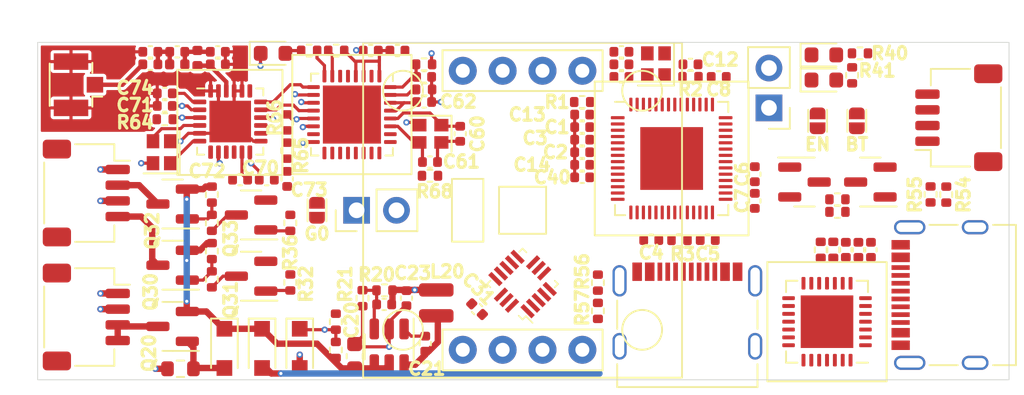
<source format=kicad_pcb>
(kicad_pcb (version 20211014) (generator pcbnew)
  (layers (0 "F.Cu" signal) (31 "B.Cu" signal) (34 "B.Paste" user) (35 "F.Paste" user) (36 "B.SilkS" user "B.Silkscreen") (37 "F.SilkS" user "F.Silkscreen") (38 "B.Mask" user) (39 "F.Mask" user) (44 "Edge.Cuts" user))
  (net 0 "")
  (net 1 "GND")
  (net 2 "+3V3")
  (net 3 "Net-(C11-Pad1)")
  (net 4 "Net-(C12-Pad2)")
  (net 5 "E_EN")
  (net 6 "E_IO0")
  (net 7 "VCC")
  (net 8 "Net-(C21-Pad1)")
  (net 9 "Net-(C21-Pad2)")
  (net 10 "Net-(C22-Pad2)")
  (net 11 "SNS_VIN")
  (net 12 "Net-(C50-Pad2)")
  (net 13 "VBUS")
  (net 14 "Net-(C60-Pad2)")
  (net 15 "Net-(C61-Pad2)")
  (net 16 "Net-(C64-Pad2)")
  (net 17 "Net-(C70-Pad1)")
  (net 18 "Net-(C74-Pad1)")
  (net 19 "Net-(C100-Pad1)")
  (net 20 "Net-(C101-Pad1)")
  (net 21 "Net-(C102-Pad1)")
  (net 22 "Net-(C103-Pad2)")
  (net 23 "/LED2/LED_out")
  (net 24 "Net-(D40-Pad2)")
  (net 25 "Net-(D41-Pad2)")
  (net 26 "Net-(D60-Pad2)")
  (net 27 "X_TX")
  (net 28 "X_RX")
  (net 29 "E_TXD")
  (net 30 "E_RXD")
  (net 31 "/LED1/LED_out")
  (net 32 "P_MOSI")
  (net 33 "P_MISO")
  (net 34 "P_SCK")
  (net 35 "Net-(Q20-Pad3)")
  (net 36 "GPIO0")
  (net 37 "Net-(Q30-Pad1)")
  (net 38 "Net-(Q31-Pad1)")
  (net 39 "Net-(Q31-Pad3)")
  (net 40 "Net-(Q32-Pad1)")
  (net 41 "Net-(Q33-Pad1)")
  (net 42 "Net-(Q33-Pad3)")
  (net 43 "Net-(Q50-Pad1)")
  (net 44 "CP_RTS")
  (net 45 "Net-(Q51-Pad1)")
  (net 46 "CP_DTR")
  (net 47 "Net-(R2-Pad2)")
  (net 48 "Net-(R3-Pad1)")
  (net 49 "LED_1")
  (net 50 "LED_2")
  (net 51 "LED_MISC")
  (net 52 "Net-(R52-Pad1)")
  (net 53 "Net-(R53-Pad1)")
  (net 54 "Net-(R54-Pad2)")
  (net 55 "Net-(R55-Pad2)")
  (net 56 "Net-(R56-Pad2)")
  (net 57 "Net-(R57-Pad2)")
  (net 58 "Net-(D21-Pad2)")
  (net 59 "Net-(R62-Pad2)")
  (net 60 "CHIP_EN")
  (net 61 "GPIO2")
  (net 62 "GPIO15")
  (net 63 "GPIO16")
  (net 64 "A2_CS")
  (net 69 "Net-(U50-Pad4)")
  (net 70 "Net-(U50-Pad5)")
  (net 77 "E_D+")
  (net 78 "E_D-")
  (net 84 "ADC")
  (net 85 "GPIO14")
  (net 86 "GPIO12")
  (net 87 "GPIO13")
  (net 88 "GPIO4")
  (net 89 "GPIO9")
  (net 90 "GPIO10")
  (net 91 "SD_CMD")
  (net 92 "SD_CLK")
  (net 93 "SD_D0")
  (net 94 "SD_D1")
  (net 95 "GPIO5")
  (net 96 "Net-(U70-Pad4)")
  (net 97 "Net-(U70-Pad6)")
  (net 101 "PPM_F")
  (net 102 "PPM_B")
  (net 107 "A1_CS")
  (footprint "Resistor_SMD:R_0402_1005Metric" (layer "F.Cu") (at 19.8 2.52 90)
    (fp_text reference "R52" hide)
    (fp_text value "1K" hide)
  )
  (footprint "Resistor_SMD:R_0402_1005Metric" (layer "F.Cu") (at -6.275 -9.3 180)
    (fp_text reference "R60" hide)
    (fp_text value "1K" hide)
  )
  (footprint "Resistor_SMD:R_0402_1005Metric" (layer "F.Cu") (at -11.875 -10.175)
    (fp_text reference "R63" hide)
    (fp_text value "1K" hide)
  )
  (footprint "AlfredoFootprints:TGD_SolderJumper" (layer "F.Cu") (at 18.8 -5.7 -90)
    (fp_text reference "JP2" hide)
    (fp_text value "reset" hide)
  )
  (footprint "Capacitor_SMD:C_0402_1005Metric" (layer "F.Cu") (at 22.2 2.52 -90)
    (fp_text reference "C50" hide)
    (fp_text value "100nF" hide)
  )
  (footprint "Diode_SMD:D_SOD-323_HandSoldering" (layer "F.Cu") (at -14.2 8.8 -90)
    (fp_text reference "D42" hide)
    (fp_text value "Z3V3" hide)
  )
  (footprint "LED_SMD:LED_0603_1608Metric" (layer "F.Cu") (at -15.9 -10)
    (fp_text reference "D60" hide)
    (fp_text value "LED_yellow" hide)
  )
  (footprint "Diode_SMD:D_SOD-323_HandSoldering" (layer "F.Cu") (at -16.6 8.8 -90)
    (fp_text reference "D20" hide)
    (fp_text value "1N5819" hide)
  )
  (footprint "Package_TO_SOT_SMD:SOT-23" (layer "F.Cu") (at 17.9625 -1.8)
    (fp_text reference "Q50" hide)
    (fp_text value "SS8050" hide)
  )
  (footprint "Resistor_SMD:R_0402_1005Metric" (layer "F.Cu") (at -19.8 -1 -90)
    (fp_text reference "R33" hide)
    (fp_text value "10K" hide)
  )
  (footprint "Capacitor_SMD:C_0402_1005Metric" (layer "F.Cu") (at 10.7 -9.3 180)
    (fp_text reference "C12")
    (fp_text value "10pF" hide)
  )
  (footprint "Capacitor_SMD:C_0402_1005Metric" (layer "F.Cu") (at -7.975 -10.175)
    (fp_text reference "C63" hide)
    (fp_text value "100nF" hide)
  )
  (footprint "Resistor_SMD:R_0402_1005Metric" (layer "F.Cu") (at 21 -8.6 90)
    (fp_text reference "R41")
    (fp_text value "1K" hide)
  )
  (footprint "Capacitor_SMD:C_0402_1005Metric" (layer "F.Cu") (at 6.3 -8.5)
    (fp_text reference "C10" hide)
    (fp_text value "100pF" hide)
  )
  (footprint "LED_SMD:LED_0603_1608Metric" (layer "F.Cu") (at 19.2 -9.9)
    (fp_text reference "D40" hide)
    (fp_text value "LED_blue" hide)
  )
  (footprint "Capacitor_SMD:C_0402_1005Metric" (layer "F.Cu") (at -6.275 -6.9)
    (fp_text reference "C62")
    (fp_text value "2.2uF" hide)
  )
  (footprint "Resistor_SMD:R_0402_1005Metric" (layer "F.Cu") (at 4.8 4.61 -90)
    (fp_text reference "R56")
    (fp_text value "5.1K" hide)
  )
  (footprint "Resistor_SMD:R_0402_1005Metric" (layer "F.Cu") (at 20.0625 0.1)
    (fp_text reference "R51" hide)
    (fp_text value "1K" hide)
  )
  (footprint "AlfredoFootprints:TGD_SolderJumper" (layer "F.Cu") (at -13.1 0 -90)
    (fp_text reference "JP60" hide)
    (fp_text value "Jumper_2_Open" hide)
  )
  (footprint "Connector_PinHeader_2.54mm:PinHeader_1x02_P2.54mm_Vertical" (layer "F.Cu") (at 15.7 -6.525 180)
    (fp_text reference "J2" hide)
    (fp_text value "Conn_01x02" hide)
  )
  (footprint "Capacitor_SMD:C_0603_1608Metric" (layer "F.Cu") (at -10.7 9.3 90)
    (fp_text reference "C20")
    (fp_text value "4.7uF, 35V" hide)
  )
  (footprint "Capacitor_SMD:C_0402_1005Metric" (layer "F.Cu") (at 8.2 1.9)
    (fp_text reference "C4")
    (fp_text value "100nF" hide)
  )
  (footprint "Resistor_SMD:R_0402_1005Metric" (layer "F.Cu") (at 27 -1 -90)
    (fp_text reference "R54")
    (fp_text value "5.1K" hide)
  )
  (footprint "Capacitor_SMD:C_0402_1005Metric" (layer "F.Cu") (at 20.6 2.52 -90)
    (fp_text reference "C52" hide)
    (fp_text value "10uF" hide)
  )
  (footprint "Capacitor_SMD:C_0402_1005Metric" (layer "F.Cu") (at -23.72 -10.1 180)
    (fp_text reference "C102" hide)
    (fp_text value "1.2pF" hide)
  )
  (footprint "Capacitor_SMD:C_0402_1005Metric" (layer "F.Cu") (at 14.8 -0.6 90)
    (fp_text reference "C7")
    (fp_text value "100nF" hide)
  )
  (footprint "Resistor_SMD:R_0402_1005Metric" (layer "F.Cu") (at -13.6 -10.175 180)
    (fp_text reference "R67" hide)
    (fp_text value "1K" hide)
  )
  (footprint "AlfredoFootprints:USB_TYPE-C-31-M-12" (layer "F.Cu") (at 26.6 5.4 90)
    (fp_text reference "U51" hide)
    (fp_text value "USB_C_Receptacle" hide)
  )
  (footprint "Capacitor_SMD:C_0402_1005Metric" (layer "F.Cu") (at 3.8 -6.1 180)
    (fp_text reference "C13")
    (fp_text value "100nF" hide)
  )
  (footprint "Capacitor_SMD:C_0402_1005Metric" (layer "F.Cu") (at -5.9 -3.075 180)
    (fp_text reference "C61")
    (fp_text value "10pF" hide)
  )
  (footprint "LED_SMD:LED_0603_1608Metric" (layer "F.Cu") (at 19.2 -8.3)
    (fp_text reference "D41" hide)
    (fp_text value "LED_green" hide)
  )
  (footprint "Resistor_SMD:R_0402_1005Metric" (layer "F.Cu") (at 20.0625 -0.7 180)
    (fp_text reference "R50" hide)
    (fp_text value "1K" hide)
  )
  (footprint "Resistor_SMD:R_0402_1005Metric" (layer "F.Cu") (at -14.8 0.8 90)
    (fp_text reference "R36")
    (fp_text value "1K" hide)
  )
  (footprint "Resistor_SMD:R_0402_1005Metric" (layer "F.Cu") (at -8.8 5.1 180)
    (fp_text reference "R20")
    (fp_text value "68K" hide)
  )
  (footprint "Capacitor_SMD:C_0402_1005Metric" (layer "F.Cu") (at 6.3 -10.1 180)
    (fp_text reference "C11" hide)
    (fp_text value "10pF" hide)
  )
  (footprint "Capacitor_SMD:C_0402_1005Metric" (layer "F.Cu") (at -16.3 -1.95)
    (fp_text reference "C70")
    (fp_text value "2.2uF" hide)
  )
  (footprint "AlfredoFootprints:ESP32-S2_QFN-56-1EP_7x7mm_P0.4mm" (layer "F.Cu") (at 9.5 -3.3)
    (fp_text reference "U1" hide)
    (fp_text value "ESP32-S2" hide)
  )
  (footprint "Capacitor_SMD:C_0402_1005Metric" (layer "F.Cu") (at 6.3 -9.3)
    (fp_text reference "C9" hide)
    (fp_text value "1uF" hide)
  )
  (footprint "Package_TO_SOT_SMD:SOT-23" (layer "F.Cu") (at -22.3 7.4 180)
    (fp_text reference "Q20")
    (fp_text value "AO3401A" hide)
  )
  (footprint "Capacitor_SMD:C_0402_1005Metric" (layer "F.Cu") (at -22.8 -7.45 180)
    (fp_text reference "C74")
    (fp_text value "10nF" hide)
  )
  (footprint "Resistor_SMD:R_0402_1005Metric" (layer "F.Cu") (at 3.8 -6.9 180)
    (fp_text reference "R1")
    (fp_text value "1K" hide)
  )
  (footprint "AlfredoFootprints:LVF252A12" (layer "F.Cu") (at -5.5 5.9 90)
    (fp_text reference "L20")
    (fp_text value "5.6uH" hide)
  )
  (footprint "Resistor_SMD:R_0402_1005Metric" (layer "F.Cu") (at -14.8 4.6 90)
    (fp_text reference "R32")
    (fp_text value "1K" hide)
  )
  (footprint "Resistor_SMD:R_0402_1005Metric" (layer "F.Cu") (at -11.9 7.1 -90)
    (fp_text reference "R43" hide)
    (fp_text value "2K2" hide)
  )
  (footprint "Resistor_SMD:R_0402_1005Metric" (layer "F.Cu") (at 10.7 -8.5 180)
    (fp_text reference "R2")
    (fp_text value "500R" hide)
  )
  (footprint "Capacitor_SMD:C_0402_1005Metric" (layer "F.Cu") (at 14.8 -2.3 90)
    (fp_text reference "C6")
    (fp_text value "1uF" hide)
  )
  (footprint "Capacitor_SMD:C_0402_1005Metric" (layer "F.Cu") (at 3.8 -2.9 180)
    (fp_text reference "C14")
    (fp_text value "100nF" hide)
  )
  (footprint "Capacitor_SMD:C_0402_1005Metric" (layer "F.Cu") (at -22.005 -10.1 180)
    (fp_text reference "C104" hide)
    (fp_text value "0.5pF" hide)
  )
  (footprint "Capacitor_SMD:C_0402_1005Metric" (layer "F.Cu") (at 3.8 -5.3)
    (fp_text reference "C1")
    (fp_text value "100nF" hide)
  )
  (footprint "Package_DFN_QFN:QFN-24-1EP_4x4mm_P0.5mm_EP2.65x2.65mm" (layer "F.Cu") (at -18.63 -5.655)
    (fp_text reference "U70" hide)
    (fp_text value "SX1280" hide)
  )
  (footprint "Package_TO_SOT_SMD:SOT-23" (layer "F.Cu") (at -17.3 0.3 180)
    (fp_text reference "Q33")
    (fp_text value "2N7002" hide)
  )
  (footprint "Capacitor_SMD:C_0402_1005Metric" (layer "F.Cu") (at 21.4 2.52 -90)
    (fp_text reference "C51" hide)
    (fp_text value "100nF" hide)
  )
  (footprint "Resistor_SMD:R_0402_1005Metric" (layer "F.Cu") (at -15 -5.6 -90)
    (fp_text reference "R66")
    (fp_text value "1K" hide)
  )
  (footprint "Capacitor_SMD:C_0402_1005Metric" (layer "F.Cu") (at -2.9 6.3 135)
    (fp_text reference "C31")
    (fp_text value "100nF" hide)
  )
  (footprint "Resistor_SMD:R_0402_1005Metric" (layer "F.Cu") (at 26 -1.01 -90)
    (fp_text reference "R55")
    (fp_text value "5.1K" hide)
  )
  (footprint "Capacitor_SMD:C_0402_1005Metric" (layer "F.Cu") (at 3.8 -4.5)
    (fp_text reference "C3")
    (fp_text value "1uF" hide)
  )
  (footprint "AlfredoFootprints:SparkFunH3LIS331DL" (layer "F.Cu") (at 0 0 -90)
    (fp_text reference "U30" hide)
    (fp_text value "SparkFunH3LIS331DL" hide)
  )
  (footprint "Resistor_SMD:R_0402_1005Metric" (layer "F.Cu") (at 21.5 -10 180)
    (fp_text reference "R40")
    (fp_text value "1K" hide)
  )
  (footprint "AlfredoFootprints:TGD-TFLGA-16_3x3mm" (layer "F.Cu") (at 0 4.7 135)
    (fp_text reference "U31" hide)
    (fp_text value "H3LIS331DL" hide)
  )
  (footprint "AlfredoFootprints:USB_TYPE-C-31-M-12" (layer "F.Cu") (at 10.5 6.425)
    (fp_text reference "U52" hide)
    (fp_text value "USB_C_Receptacle" hide)
  )
  (footprint "Package_TO_SOT_SMD:SOT-23" (layer "F.Cu") (at -22.3 3.5 180)
    (fp_text reference "Q30")
    (fp_text value "LBSS84LT1G" hide)
  )
  (footprint "Resistor_SMD:R_0402_1005Metric" (layer "F.Cu") (at -15 -3.8 -90)
    (fp_text reference "R65")
    (fp_text value "1K" hide)
  )
  (footprint "Capacitor_SMD:C_0402_1005Metric" (layer "F.Cu") (at 11.8 1.9)
    (fp_text reference "C5")
    (fp_text value "100nF" hide)
  )
  (footprint "Resistor_SMD:R_0402_1005Metric" (layer "F.Cu") (at -22.8 -5.8 180)
    (fp_text reference "R64")
    (fp_text value "1K" hide)
  )
  (footprint "Capacitor_SMD:C_0402_1005Metric" (layer "F.Cu") (at -9.675 -10.175 180)
    (fp_text reference "C65" hide)
    (fp_text value "2.2uF" hide)
  )
  (footprint "Package_DFN_QFN:QFN-28-1EP_5x5mm_P0.5mm_EP3.35x3.35mm" (layer "F.Cu") (at 19.4 7.1 180)
    (fp_text reference "U50" hide)
    (fp_text value "CP2102-GMR" hide)
  )
  (footprint "Crystal:Crystal_SMD_2016-4Pin_2.0x1.6mm" (layer "F.Cu") (at 8.5 -9.3 90)
    (fp_text reference "U2" hide)
    (fp_text value "Crystal_ESP32" hide)
  )
  (footprint "Capacitor_SMD:C_0402_1005Metric" (layer "F.Cu") (at 3.8 -2.1 180)
    (fp_text reference "C40")
    (fp_text value "100nF" hide)
  )
  (footprint "Resistor_SMD:R_0402_1005Metric" (layer "F.Cu") (at 19 2.52 90)
    (fp_text reference "R53" hide)
    (fp_text value "1K" hide)
  )
  (footprint "Package_TO_SOT_SMD:SOT-23" (layer "F.Cu") (at -17.3 4.2 180)
    (fp_text reference "Q31")
    (fp_text value "2N7002" hide)
  )
  (footprint "Capacitor_SMD:C_0402_1005Metric" (layer "F.Cu") (at -18 -1.95 180)
    (fp_text reference "C72")
    (fp_text value "100nF" hide)
  )
  (footprint "Capacitor_SMD:C_0402_1005Metric" (layer "F.Cu") (at -3.975 -4.875 90)
    (fp_text reference "C60")
    (fp_text value "10pF" hide)
  )
  (footprint "Inductor_SMD:L_0402_1005Metric" (layer "F.Cu") (at -20.72 -9.7 90)
    (fp_text reference "L101" hide)
    (fp_text value "3nH" hide)
  )
  (footprint "Capacitor_SMD:C_0402_1005Metric" (layer "F.Cu") (at -22.8 -6.65 180)
    (fp_text reference "C71")
    (fp_text value "10nF" hide)
  )
  (footprint "Package_TO_SOT_SMD:TSOT-23-6" (layer "F.Cu") (at -8.5 8.7 -90)
    (fp_text reference "U20" hide)
    (fp_text value "SY8201CABC" hide)
  )
  (footprint "Capacitor_SMD:C_0402_1005Metric" (layer "F.Cu") (at -15 -2 -90)
    (fp_text reference "C73")
    (fp_text value "100nF" hide)
  )
  (footprint "Diode_SMD:D_SOD-323_HandSoldering" (layer "F.Cu") (at -19 8.8 -90)
    (fp_text reference "D21" hide)
    (fp_text value "Z5V6" hide)
  )
  (footprint "AlfredoFootprints:TGD_SolderJumper" (layer "F.Cu") (at 21.3 -5.7 90)
    (fp_text reference "JP1" hide)
    (fp_text value "boot" hide)
  )
  (footprint "Capacitor_SMD:C_0402_1005Metric" (layer "F.Cu") (at -19.42 -10.1)
    (fp_text reference "C101" hide)
    (fp_text value "1.2pF" hide)
  )
  (footprint "Connector_JST:JST_SH_SM04B-SRSS-TB_1x04-1MP_P1.00mm_Horizontal" (layer "F.Cu") (at -27.8 -1.1 -90)
    (fp_text reference "J201" hide)
    (fp_text value "SH_LED" hide)
  )
  (footprint "Connector_Coaxial:U.FL_Hirose_U.FL-R-SMT-1_Vertical" (layer "F.Cu") (at -28.3 -8 180)
    (fp_text reference "J60" hide)
    (fp_text value "Conn_Coaxial" hide)
  )
  (footprint "Resistor_SMD:R_0402_1005Metric" (layer "F.Cu") (at -10.2 5.6 -90)
    (fp_text reference "R21")
    (fp_text value "15K" hide)
  )
  (footprint "Inductor_SMD:L_0402_1005Metric" (layer "F.Cu") (at -22.005 -9.3 180)
    (fp_text reference "L102" hide)
    (fp_text value "2.5nH" hide)
  )
  (footprint "Connector_JST:JST_SH_SM04B-SRSS-TB_1x04-1MP_P1.00mm_Horizontal" (layer "F.Cu") (at -27.8 6.8 -90)
    (fp_text reference "J202" hide)
    (fp_text value "SH_LED" hide)
  )
  (footprint "Capacitor_SMD:C_0402_1005Metric" (layer "F.Cu") (at -23.72 -9.3 180)
    (fp_text reference "C103" hide)
    (fp_text value "100pF" hide)
  )
  (footprint "Package_TO_SOT_SMD:SOT-23" (layer "F.Cu") (at 22.1625 -1.8 180)
    (fp_text reference "Q51" hide)
    (fp_text value "SS8050" hide)
  )
  (footprint "Capacitor_SMD:C_0402_1005Metric" (layer "F.Cu") (at 12.5 -8.5 180)
    (fp_text reference "C8")
    (fp_text value "100nF" hide)
  )
  (footprint "Package_TO_SOT_SMD:SOT-23" (layer "F.Cu") (at -22.3 -0.4 180)
    (fp_text reference "Q32")
    (fp_text value "LBSS84LT1G" hide)
  )
  (footprint "Capacitor_SMD:C_0402_1005Metric" (layer "F.Cu") (at -6.2 8.5 -90)
    (fp_text reference "C21")
    (fp_text value "100nF" hide)
  )
  (footprint "Connector_PinHeader_2.54mm:PinHeader_1x02_P2.54mm_Vertical" (layer "F.Cu") (at -10.575 0 90)
    (fp_text reference "J1" hide)
    (fp_text value "Conn_01x02" hide)
  )
  (footprint "Resistor_SMD:R_0603_1608Metric" (layer "F.Cu") (at -21.8 10.1 180)
    (fp_text reference "R22" hide)
    (fp_text value "10K" hide)
  )
  (footprint "Resistor_SMD:R_0402_1005Metric" (layer "F.Cu") (at -19.8 4.4 -90)
    (fp_text reference "R31" hide)
    (fp_text value "10K" hide)
  )
  (footprint "Capacitor_SMD:C_0402_1005Metric" (layer "F.Cu") (at -6.275 -8.5 180)
    (fp_text reference "C64" hide)
    (fp_text value "2.2uF" hide)
  )
  (footprint "Resistor_SMD:R_0402_1005Metric" (layer "F.Cu") (at -5.9 -2.2)
    (fp_text reference "R68")
    (fp_text value "330R" hide)
  )
  (footprint "Resistor_SMD:R_0402_1005Metric" (layer "F.Cu") (at -11.9 8.9 -90)
    (fp_text reference "R42" hide)
    (fp_text value "15K" hide)
  )
  (footprint "Resistor_SMD:R_0402_1005Metric" (layer "F.Cu") (at -19.8 2.6 -90)
    (fp_text reference "R30" hide)
    (fp_text value "10K" hide)
  )
  (footprint "Resistor_SMD:R_0402_1005Metric" (layer "F.Cu") (at 4.8 6.41 90)
    (fp_text reference "R57")
    (fp_text value "5.1K" hide)
  )
  (footprint "Crystal:Crystal_SMD_2016-4Pin_2.0x1.6mm" (layer "F.Cu") (at -23 -3.7 90)
    (fp_text reference "U71" hide)
    (fp_text value "Crystal_SX1280" hide)
  )
  (footprint "Crystal:Crystal_SMD_2016-4Pin_2.0x1.6mm" (layer "F.Cu") (at -5.875 -4.875 180)
    (fp_text reference "U61" hide)
    (fp_text value "Crystal_ESP8285" hide)
  )
  (footprint "Package_DFN_QFN:QFN-32-1EP_5x5mm_P0.5mm_EP3.7x3.7mm" (layer "F.Cu") (at -10.875 -6.1 -90)
    (fp_text reference "U60" hide)
    (fp_text value "ESP8285H16" hide)
  )
  (footprint "Capacitor_SMD:C_0402_1005Metric" (layer "F.Cu") (at 3.8 -3.7)
    (fp_text reference "C2")
    (fp_text value "10uF" hide)
  )
  (footprint "Capacitor_SMD:C_0402_1005Metric" (layer "F.Cu") (at -7.4 5.6 -90)
    (fp_text reference "C23")
    (fp_text value "22uF, 6V3" hide)
  )
  (footprint "Resistor_SMD:R_0402_1005Metric" (layer "F.Cu") (at -19.8 0.8 -90)
    (fp_text reference "R34" hide)
    (fp_text value "10K" hide)
  )
  (footprint "Connector_JST:JST_SH_SM04B-SRSS-TB_1x04-1MP_P1.00mm_Horizontal" (layer "F.Cu") (at 27.8 -5.9 90)
    (fp_text reference "J200" hide)
    (fp_text value "SH_PPM" hide)
  )
  (footprint "Resistor_SMD:R_0402_1005Metric" (layer "F.Cu") (at 10 1.9 180)
    (fp_text reference "R3")
    (fp_text value "1K" hide)
  )
  (footprint "Capacitor_SMD:C_0402_1005Metric" (layer "F.Cu") (at -8.82 6 180)
    (fp_text reference "C22" hide)
    (fp_text value "10pF" hide)
  )
  (footprint "Resistor_SMD:R_0402_1005Metric" (layer "F.Cu") (at -6.275 -7.7 180)
    (fp_text reference "R62" hide)
    (fp_text value "1K" hide)
  )
  (footprint "Capacitor_SMD:C_0402_1005Metric" (layer "F.Cu") (at -19.42 -9.3)
    (fp_text reference "C100" hide)
    (fp_text value "0.8pF" hide)
  )
  (gr_rect (start 4.6 -8.2) (end 14.4 1.6) (layer "F.SilkS") (width 0.12) (fill none))
  (gr_rect (start -22 -2.25) (end -15.3 -8.95) (layer "F.SilkS") (width 0.12) (fill none))
  (gr_rect (start -5.1 7.6) (end 5.1 10.2) (layer "F.SilkS") (width 0.12) (fill none))
  (gr_rect (start 23.2 10.9) (end 15.6 3.3) (layer "F.SilkS") (width 0.12) (fill none))
  (gr_rect (start -7.075 -9.9) (end -14.675 -2.3) (layer "F.SilkS") (width 0.12) (fill none))
  (gr_rect (start -5.1 -10.2) (end 5.1 -7.6) (layer "F.SilkS") (width 0.12) (fill none))
  (gr_rect (start -30.9 -10.7) (end 31 10.8) (layer "Edge.Cuts") (width 0.05) (fill none))
  (gr_text "G0" (at -13.1 1.5) (layer "F.SilkS") (effects (font (size 0.8 0.8) (thickness 0.2))))
  (gr_text "BT\n" (at 21.3 -4.2) (layer "F.SilkS") (effects (font (size 0.8 0.8) (thickness 0.2))))
  (gr_text "EN" (at 18.8 -4.2) (layer "F.SilkS") (effects (font (size 0.8 0.8) (thickness 0.2))))
  (segment (start -6.75 -5.6) (end -7.4 -5.6) (width 0.2032) (layer "F.Cu") (net 1))
  (segment (start -17.3 -4.55) (end -17.525 -4.55) (width 0.2032) (layer "F.Cu") (net 1))
  (segment (start -5.795 -8.5) (end -5.795 -6.9) (width 0.2032) (layer "F.Cu") (net 1))
  (segment (start -19.38 -7.605) (end -19.38 -6.405) (width 0.2032) (layer "F.Cu") (net 1))
  (segment (start -5.105 -4.395) (end -5.175 -4.325) (width 0.2032) (layer "F.Cu") (net 1))
  (segment (start -16.68 -4.405) (end -17.155 -4.405) (width 0.2032) (layer "F.Cu") (net 1))
  (segment (start -17.525 -4.55) (end -18.63 -5.655) (width 0.2032) (layer "F.Cu") (net 1))
  (segment (start -10.525 8.7) (end -10.7 8.525) (width 0.2032) (layer "F.Cu") (net 1))
  (segment (start -10.2 6.11) (end -10.2 8.025) (width 0.2032) (layer "F.Cu") (net 1))
  (segment (start -5.42 -3.075) (end -5.42 -4.08) (width 0.2032) (layer "F.Cu") (net 1))
  (segment (start -14.2 9.2) (end -14.2 10.05) (width 0.4064) (layer "F.Cu") (net 1))
  (segment (start -18.38 -5.905) (end -18.63 -5.655) (width 0.2032) (layer "F.Cu") (net 1))
  (segment (start -8.5 8.7) (end -10.525 8.7) (width 0.2032) (layer "F.Cu") (net 1))
  (segment (start -8.5 8.7) (end -8.5 7.1) (width 0.2032) (layer "F.Cu") (net 1))
  (segment (start -3.975 -4.395) (end -5.105 -4.395) (width 0.2032) (layer "F.Cu") (net 1))
  (segment (start -25.8 5.3) (end -26.9 5.3) (width 0.4064) (layer "F.Cu") (net 1))
  (segment (start -8.5 7.1) (end -7.48 6.08) (width 0.2032) (layer "F.Cu") (net 1))
  (segment (start -19.38 -4.905) (end -18.63 -5.655) (width 0.2) (layer "F.Cu") (net 1))
  (segment (start -22.625 10.1) (end -23.4 10.1) (width 0.4064) (layer "F.Cu") (net 1))
  (segment (start -24.3 -3) (end -23.55 -3) (width 0.2032) (layer "F.Cu") (net 1))
  (segment (start -18.38 -7.605) (end -18.38 -5.905) (width 0.2032) (layer "F.Cu") (net 1))
  (segment (start -25.8 6.3) (end -26.9 6.3) (width 0.4064) (layer "F.Cu") (net 1))
  (segment (start -10.18 -10.2) (end -10.155 -10.175) (width 0.2032) (layer "F.Cu") (net 1))
  (segment (start -16.7 -9.2) (end -16.7 -9.9875) (width 0.2032) (layer "F.Cu") (net 1))
  (segment (start -21.295 -4.905) (end -20.58 -4.905) (width 0.2) (layer "F.Cu") (net 1))
  (segment (start -25.8 -0.6) (end -26.9 -0.6) (width 0.4064) (layer "F.Cu") (net 1))
  (segment (start -5.42 -4.08) (end -5.175 -4.325) (width 0.2032) (layer "F.Cu") (net 1))
  (segment (start -20.58 -4.905) (end -19.38 -4.905) (width 0.2) (layer "F.Cu") (net 1))
  (segment (start -19.38 -6.405) (end -18.63 -5.655) (width 0.2032) (layer "F.Cu") (net 1))
  (segment (start -16.7 -9.9875) (end -16.6875 -10) (width 0.2032) (layer "F.Cu") (net 1))
  (segment (start -10.2 8.025) (end -10.7 8.525) (width 0.2032) (layer "F.Cu") (net 1))
  (segment (start -6.575 -5.425) (end -6.75 -5.6) (width 0.2032) (layer "F.Cu") (net 1))
  (segment (start 3.32 -2.1) (end 3.32 -6.1) (width 0.2032) (layer "F.Cu") (net 1))
  (segment (start -10.6 -10.2) (end -10.18 -10.2) (width 0.2032) (layer "F.Cu") (net 1))
  (segment (start -21.8 -4.4) (end -22.45 -4.4) (width 0.2) (layer "F.Cu") (net 1))
  (segment (start -5.2 -6.9) (end -5.795 -6.9) (width 0.2032) (layer "F.Cu") (net 1))
  (segment (start -26.9 -2.6) (end -25.8 -2.6) (width 0.4064) (layer "F.Cu") (net 1))
  (segment (start -21.8 -4.4) (end -21.295 -4.905) (width 0.2) (layer "F.Cu") (net 1))
  (segment (start -23.28 -6.65) (end -23.28 -7.45) (width 0.2032) (layer "F.Cu") (net 1))
  (segment (start -17.155 -4.405) (end -17.3 -4.55) (width 0.2032) (layer "F.Cu") (net 1))
  (segment (start -7.48 6.08) (end -7.4 6.08) (width 0.2032) (layer "F.Cu") (net 1))
  (via (at -23.4 10.1) (size 0.4) (drill 0.2) (layers "F.Cu" "B.Cu") (net 1))
  (via (at -5.2 -6.9) (size 0.4) (drill 0.2) (layers "F.Cu" "B.Cu") (net 1))
  (via (at -7.4 -5.6) (size 0.4) (drill 0.2) (layers "F.Cu" "B.Cu") (net 1))
  (via (at -24.3 -3) (size 0.4) (drill 0.2) (layers "F.Cu" "B.Cu") (net 1))
  (via (at -14.2 9.2) (size 0.4) (drill 0.2) (layers "F.Cu" "B.Cu") (net 1))
  (via (at -26.9 5.3) (size 0.4) (drill 0.2) (layers "F.Cu" "B.Cu") (net 1))
  (via (at -16.7 -9.2) (size 0.4) (drill 0.2) (layers "F.Cu" "B.Cu") (net 1))
  (via (at -26.9 -0.6) (size 0.4) (drill 0.2) (layers "F.Cu" "B.Cu") (net 1))
  (via (at -8.5 8.7) (size 0.4) (drill 0.2) (layers "F.Cu" "B.Cu") (net 1))
  (via (at -26.9 6.3) (size 0.4) (drill 0.2) (layers "F.Cu" "B.Cu") (net 1))
  (via (at -10.6 -10.2) (size 0.4) (drill 0.2) (layers "F.Cu" "B.Cu") (net 1))
  (via (at -21.8 -4.4) (size 0.4) (drill 0.2) (layers "F.Cu" "B.Cu") (net 1))
  (via (at -26.9 -2.6) (size 0.4) (drill 0.2) (layers "F.Cu" "B.Cu") (net 1))
  (segment (start -10.625 -9.435) (end -10.69 -9.5) (width 0.2032) (layer "F.Cu") (net 2))
  (segment (start -7.55 -6.85) (end -6.805 -6.85) (width 0.2032) (layer "F.Cu") (net 2))
  (segment (start -9.2 -9.5) (end -10.2 -9.5) (width 0.2032) (layer "F.Cu") (net 2))
  (segment (start -6.875 5.075) (end -8.265 5.075) (width 0.4064) (layer "F.Cu") (net 2))
  (segment (start -10.125 -8.55) (end -10.125 -9.425) (width 0.2032) (layer "F.Cu") (net 2))
  (segment (start -8.425 -6.85) (end -7.55 -6.85) (width 0.2032) (layer "F.Cu") (net 2))
  (segment (start -10.625 -8.55) (end -10.625 -9.435) (width 0.2032) (layer "F.Cu") (net 2))
  (segment (start -8.425 -6.35) (end -8.05 -6.35) (width 0.2032) (layer "F.Cu") (net 2))
  (segment (start -8.455 -10.175) (end -9.195 -10.175) (width 0.2032) (layer "F.Cu") (net 2))
  (segment (start -17.88 -3.705) (end -17.88 -2.31) (width 0.2032) (layer "F.Cu") (net 2))
  (segment (start -5.8 -9.335) (end -5.765 -9.3) (width 0.2032) (layer "F.Cu") (net 2))
  (segment (start -6.805 -6.85) (end -6.755 -6.9) (width 0.2032) (layer "F.Cu") (net 2))
  (segment (start -9.125 -9.225) (end -9.125 -9.575) (width 0.2032) (layer "F.Cu") (net 2))
  (segment (start -17.88 -2.31) (end -17.52 -1.95) (width 0.2032) (layer "F.Cu") (net 2))
  (segment (start -5.5 5.075) (end -6.875 5.075) (width 0.4064) (layer "F.Cu") (net 2))
  (segment (start -8.29 5.95) (end -8.34 6) (width 0.4064) (layer "F.Cu") (net 2))
  (segment (start -5.8 -10) (end -5.8 -9.335) (width 0.2032) (layer "F.Cu") (net 2))
  (segment (start -10.69 -9.5) (end -11.365 -10.175) (width 0.2032) (layer "F.Cu") (net 2))
  (segment (start -10.2 -9.5) (end -10.69 -9.5) (width 0.2032) (layer "F.Cu") (net 2))
  (segment (start -9.125 -9.575) (end -9.125 -10.105) (width 0.2032) (layer "F.Cu") (net 2))
  (segment (start -10.125 -9.425) (end -10.2 -9.5) (width 0.2032) (layer "F.Cu") (net 2))
  (segment (start -9.125 -10.105) (end -9.195 -10.175) (width 0.2032) (layer "F.Cu") (net 2))
  (segment (start -8.05 -6.35) (end -7.55 -6.85) (width 0.2032) (layer "F.Cu") (net 2))
  (segment (start -8.265 5.075) (end -8.29 5.1) (width 0.4064) (layer "F.Cu") (net 2))
  (segment (start -14.05 -6.85) (end -13.325 -6.85) (width 0.2032) (layer "F.Cu") (net 2))
  (segment (start -9.125 -8.55) (end -9.125 -9.225) (width 0.2032) (layer "F.Cu") (net 2))
  (segment (start -9.125 -9.575) (end -9.2 -9.5) (width 0.2032) (layer "F.Cu") (net 2))
  (segment (start -8.29 5.1) (end -8.29 5.95) (width 0.4064) (layer "F.Cu") (net 2))
  (segment (start -14.1 -6.9) (end -14.05 -6.85) (width 0.2032) (layer "F.Cu") (net 2))
  (via (at -6.875 5.075) (size 0.4) (drill 0.2) (layers "F.Cu" "B.Cu") (net 2))
  (via (at -5.8 -10) (size 0.4) (drill 0.2) (layers "F.Cu" "B.Cu") (net 2))
  (via (at -14.1 -6.9) (size 0.4) (drill 0.2) (layers "F.Cu" "B.Cu") (net 2))
  (segment (start -19 7.55) (end -16.6 7.55) (width 0.4064) (layer "F.Cu") (net 7))
  (segment (start -21.4 6.4125) (end -21.3625 6.45) (width 0.4064) (layer "F.Cu") (net 7))
  (segment (start -21.4 -1.3125) (end -21.3625 -1.35) (width 0.4064) (layer "F.Cu") (net 7))
  (segment (start -19.8 -1.51) (end -20.19 -1.51) (width 0.4064) (layer "F.Cu") (net 7))
  (segment (start -20.15 6.45) (end -21.35 6.45) (width 0.4064) (layer "F.Cu") (net 7))
  (segment (start -10.7 10.075) (end -8.7375 10.075) (width 0.4064) (layer "F.Cu") (net 7))
  (segment (start -21.4 3.2) (end -21.4 2.5875) (width 0.4064) (layer "F.Cu") (net 7))
  (segment (start -20.09 2.09) (end -20.55 2.55) (width 0.4064) (layer "F.Cu") (net 7))
  (segment (start -20.19 -1.51) (end -20.35 -1.35) (width 0.4064) (layer "F.Cu") (net 7))
  (segment (start -21.4 2.5875) (end -21.3625 2.55) (width 0.4064) (layer "F.Cu") (net 7))
  (segment (start -13.1 8.5) (end -15.65 8.5) (width 0.4064) (layer "F.Cu") (net 7))
  (segment (start -21.05 -1.35) (end -21.3625 -1.35) (width 0.4064) (layer "F.Cu") (net 7))
  (segment (start -8.7375 10.075) (end -8.5 9.8375) (width 0.4064) (layer "F.Cu") (net 7))
  (segment (start -19.05 7.55) (end -20.15 6.45) (width 0.4064) (layer "F.Cu") (net 7))
  (segment (start -10.7 10.075) (end -11.525 10.075) (width 0.4064) (layer "F.Cu") (net 7))
  (segment (start -21.35 6.45) (end -21.3625 6.45) (width 0.4064) (layer "F.Cu") (net 7))
  (segment (start -15.65 8.5) (end -16.6 7.55) (width 0.4064) (layer "F.Cu") (net 7))
  (segment (start -21.25 2.55) (end -21.3625 2.55) (width 0.4064) (layer "F.Cu") (net 7))
  (segment (start -21.4 -0.7) (end -21.4 -1.3125) (width 0.4064) (layer "F.Cu") (net 7))
  (segment (start -20.55 2.55) (end -21.25 2.55) (width 0.4064) (layer "F.Cu") (net 7))
  (segment (start -11.525 10.075) (end -13.1 8.5) (width 0.4064) (layer "F.Cu") (net 7))
  (segment (start -21.4 5.8) (end -21.4 6.4125) (width 0.4064) (layer "F.Cu") (net 7))
  (segment (start -19.8 2.09) (end -20.09 2.09) (width 0.4064) (layer "F.Cu") (net 7))
  (segment (start -19 7.55) (end -19.05 7.55) (width 0.4064) (layer "F.Cu") (net 7))
  (segment (start -20.35 -1.35) (end -21.05 -1.35) (width 0.4064) (layer "F.Cu") (net 7))
  (via (at -21.4 5.8) (size 0.4) (drill 0.2) (layers "F.Cu" "B.Cu") (net 7))
  (via (at -21.4 3.2) (size 0.4) (drill 0.2) (layers "F.Cu" "B.Cu") (net 7))
  (via (at -21.4 -0.7) (size 0.4) (drill 0.2) (layers "F.Cu" "B.Cu") (net 7))
  (segment (start -21.4 5.8) (end -21.4 3.2) (width 0.4064) (layer "B.Cu") (net 7))
  (segment (start -21.4 -0.7) (end -21.4 3.2) (width 0.4064) (layer "B.Cu") (net 7))
  (segment (start -7.0925 8.02) (end -7.55 7.5625) (width 0.2032) (layer "F.Cu") (net 8))
  (segment (start -6.2 8.02) (end -7.0925 8.02) (width 0.2032) (layer "F.Cu") (net 8))
  (segment (start -5.4 6.825) (end -5.5 6.725) (width 0.4064) (layer "F.Cu") (net 9))
  (segment (start -7.55 9.8375) (end -6.8375 9.8375) (width 0.4064) (layer "F.Cu") (net 9))
  (segment (start -6.8375 9.8375) (end -6.2 9.2) (width 0.4064) (layer "F.Cu") (net 9))
  (segment (start -5.98 8.98) (end -5.4 8.4) (width 0.4064) (layer "F.Cu") (net 9))
  (segment (start -5.4 8.4) (end -5.4 6.825) (width 0.4064) (layer "F.Cu") (net 9))
  (segment (start -6.2 9.2) (end -6.2 8.98) (width 0.4064) (layer "F.Cu") (net 9))
  (segment (start -6.2 8.98) (end -5.98 8.98) (width 0.4064) (layer "F.Cu") (net 9))
  (segment (start -9.3 6) (end -9.3 5.11) (width 0.2032) (layer "F.Cu") (net 10))
  (segment (start -9.31 5.1) (end -10.19 5.1) (width 0.2032) (layer "F.Cu") (net 10))
  (segment (start -10.19 5.1) (end -10.2 5.09) (width 0.2032) (layer "F.Cu") (net 10))
  (segment (start -9.3 5.11) (end -9.31 5.1) (width 0.2032) (layer "F.Cu") (net 10))
  (segment (start -9.45 7.5625) (end -9.45 6.15) (width 0.2032) (layer "F.Cu") (net 10))
  (segment (start -9.45 6.15) (end -9.3 6) (width 0.2032) (layer "F.Cu") (net 10))
  (segment (start -12.61 7.61) (end -14.14 7.61) (width 0.2032) (layer "F.Cu") (net 11))
  (segment (start -11.9 7.61) (end -12.61 7.61) (width 0.2032) (layer "F.Cu") (net 11))
  (segment (start -14.14 7.61) (end -14.2 7.55) (width 0.2032) (layer "F.Cu") (net 11))
  (segment (start -11.9 8.39) (end -11.9 7.61) (width 0.2032) (layer "F.Cu") (net 11))
  (via (at -12.61 7.61) (size 0.4) (drill 0.2) (layers "F.Cu" "B.Cu") (net 11))
  (segment (start -16 10.4) (end -16.35 10.05) (width 0.4064) (layer "F.Cu") (net 13))
  (segment (start -15.4 10.4) (end -16 10.4) (width 0.4064) (layer "F.Cu") (net 13))
  (segment (start -16.35 10.05) (end -16.6 10.05) (width 0.4064) (layer "F.Cu") (net 13))
  (via (at -15.4 10.4) (size 0.4) (drill 0.2) (layers "F.Cu" "B.Cu") (net 13))
  (segment (start -15.4 10.4) (end 4.9 10.4) (width 0.4064) (layer "B.Cu") (net 13))
  (segment (start -7.95 -5.85) (end -8.425 -5.85) (width 0.2032) (layer "F.Cu") (net 14))
  (segment (start -3.975 -5.355) (end -5.105 -5.355) (width 0.2032) (layer "F.Cu") (net 14))
  (segment (start -5.9 -6.2) (end -7.6 -6.2) (width 0.2032) (layer "F.Cu") (net 14))
  (segment (start -7.6 -6.2) (end -7.95 -5.85) (width 0.2032) (layer "F.Cu") (net 14))
  (segment (start -5.105 -5.355) (end -5.175 -5.425) (width 0.2032) (layer "F.Cu") (net 14))
  (segment (start -5.175 -5.475) (end -5.9 -6.2) (width 0.2032) (layer "F.Cu") (net 14))
  (segment (start -5.175 -5.425) (end -5.175 -5.475) (width 0.2032) (layer "F.Cu") (net 14))
  (segment (start -8.425 -5.35) (end -7.95 -5.35) (width 0.2032) (layer "F.Cu") (net 15))
  (segment (start -6.925 -4.325) (end -6.575 -4.325) (width 0.2032) (layer "F.Cu") (net 15))
  (segment (start -7.95 -5.35) (end -6.925 -4.325) (width 0.2032) (layer "F.Cu") (net 15))
  (segment (start -6.38 -4.13) (end -6.575 -4.325) (width 0.2032) (layer "F.Cu") (net 15))
  (segment (start -6.38 -3.075) (end -6.38 -4.13) (width 0.2032) (layer "F.Cu") (net 15))
  (segment (start -7 -8.5) (end -6.755 -8.5) (width 0.2032) (layer "F.Cu") (net 16))
  (segment (start -8.425 -7.85) (end -7.65 -7.85) (width 0.2032) (layer "F.Cu") (net 16))
  (segment (start -6.785 -9.3) (end -6.785 -8.53) (width 0.2032) (layer "F.Cu") (net 16))
  (segment (start -7.65 -7.85) (end -7 -8.5) (width 0.2032) (layer "F.Cu") (net 16))
  (segment (start -6.785 -8.53) (end -6.755 -8.5) (width 0.2032) (layer "F.Cu") (net 16))
  (segment (start -21.7 -6.65) (end -21.35 -6.65) (width 0.2) (layer "F.Cu") (net 17))
  (segment (start -21.105 -6.405) (end -20.58 -6.405) (width 0.2) (layer "F.Cu") (net 17))
  (segment (start -21.7 -6.65) (end -22.32 -6.65) (width 0.2) (layer "F.Cu") (net 17))
  (segment (start -16.78 -2.48) (end -17.3 -3) (width 0.2032) (layer "F.Cu") (net 17))
  (segment (start -21.35 -6.65) (end -21.105 -6.405) (width 0.2) (layer "F.Cu") (net 17))
  (segment (start -17.38 -3.08) (end -17.3 -3) (width 0.2032) (layer "F.Cu") (net 17))
  (segment (start -17.38 -3.705) (end -17.38 -3.08) (width 0.2032) (layer "F.Cu") (net 17))
  (segment (start -16.78 -1.95) (end -16.78 -2.48) (width 0.2032) (layer "F.Cu") (net 17))
  (via (at -21.7 -6.65) (size 0.4) (drill 0.2) (layers "F.Cu" "B.Cu") (net 17))
  (via (at -17.3 -3) (size 0.4) (drill 0.2) (layers "F.Cu" "B.Cu") (net 17))
  (segment (start -21.005 -6.905) (end -21.55 -7.45) (width 0.2) (layer "F.Cu") (net 18))
  (segment (start -20.58 -6.905) (end -21.005 -6.905) (width 0.2) (layer "F.Cu") (net 18))
  (segment (start -21.55 -7.45) (end -22.32 -7.45) (width 0.2) (layer "F.Cu") (net 18))
  (segment (start -18.88 -8.18) (end -19.9 -9.2) (width 0.2794) (layer "F.Cu") (net 19))
  (segment (start -18.88 -7.605) (end -18.88 -8.18) (width 0.2794) (layer "F.Cu") (net 19))
  (segment (start -19.985 -9.215) (end -19.9 -9.3) (width 0.2794) (layer "F.Cu") (net 19))
  (segment (start -20.72 -9.215) (end -19.985 -9.215) (width 0.2794) (layer "F.Cu") (net 19))
  (segment (start -19.9 -9.2) (end -19.9 -9.3) (width 0.2794) (layer "F.Cu") (net 19))
  (segment (start -21.52 -10.095) (end -21.525 -10.1) (width 0.2794) (layer "F.Cu") (net 20))
  (segment (start -19.9 -10.1) (end -21.525 -10.1) (width 0.2794) (layer "F.Cu") (net 20))
  (segment (start -21.52 -9.3) (end -21.52 -10.095) (width 0.2794) (layer "F.Cu") (net 20))
  (segment (start -22.485 -10.1) (end -22.485 -9.305) (width 0.2794) (layer "F.Cu") (net 21))
  (segment (start -22.485 -10.1) (end -23.24 -10.1) (width 0.2794) (layer "F.Cu") (net 21))
  (segment (start -22.485 -9.305) (end -22.49 -9.3) (width 0.2794) (layer "F.Cu") (net 21))
  (segment (start -23.24 -10.1) (end -23.24 -9.3) (width 0.2794) (layer "F.Cu") (net 21))
  (segment (start -25.5 -8) (end -27.25 -8) (width 0.2794) (layer "F.Cu") (net 22))
  (segment (start -24.2 -9.3) (end -25.5 -8) (width 0.2794) (layer "F.Cu") (net 22))
  (segment (start -23.2375 -0.4) (end -24.4375 -1.6) (width 0.4064) (layer "F.Cu") (net 23))
  (segment (start -24.4375 -1.6) (end -25.8 -1.6) (width 0.4064) (layer "F.Cu") (net 23))
  (segment (start -14.11 -10.175) (end -14.9375 -10.175) (width 0.2032) (layer "F.Cu") (net 26))
  (segment (start -14.9375 -10.175) (end -15.1125 -10) (width 0.2032) (layer "F.Cu") (net 26))
  (segment (start -23.6 3.1375) (end -23.2375 3.5) (width 0.4064) (layer "F.Cu") (net 31))
  (segment (start -23.6 1.1) (end -23.6 3.1375) (width 0.4064) (layer "F.Cu") (net 31))
  (segment (start -24.3 0.4) (end -23.6 1.1) (width 0.4064) (layer "F.Cu") (net 31))
  (segment (start -25.8 0.4) (end -24.3 0.4) (width 0.4064) (layer "F.Cu") (net 31))
  (segment (start -25.8 7.3) (end -25.7 7.4) (width 0.4064) (layer "F.Cu") (net 35))
  (segment (start -25.7 7.4) (end -23.2375 7.4) (width 0.4064) (layer "F.Cu") (net 35))
  (segment (start -25.8 8.3) (end -25.8 7.3) (width 0.4064) (layer "F.Cu") (net 35))
  (segment (start -21.3625 4.45) (end -20.36 4.45) (width 0.2032) (layer "F.Cu") (net 37))
  (segment (start -20.36 4.45) (end -19.8 3.89) (width 0.2032) (layer "F.Cu") (net 37))
  (segment (start -19.8 3.89) (end -19.8 3.11) (width 0.2032) (layer "F.Cu") (net 37))
  (segment (start -14.8 5.11) (end -16.3225 5.11) (width 0.2032) (layer "F.Cu") (net 38))
  (segment (start -16.3225 5.11) (end -16.3625 5.15) (width 0.2032) (layer "F.Cu") (net 38))
  (segment (start -19.09 4.2) (end -18.2375 4.2) (width 0.2032) (layer "F.Cu") (net 39))
  (segment (start -19.8 4.91) (end -19.09 4.2) (width 0.2032) (layer "F.Cu") (net 39))
  (segment (start -19.8 -0.49) (end -19.8 0.29) (width 0.2032) (layer "F.Cu") (net 40))
  (segment (start -21.3625 0.55) (end -20.06 0.55) (width 0.2032) (layer "F.Cu") (net 40))
  (segment (start -20.06 0.55) (end -19.8 0.29) (width 0.2032) (layer "F.Cu") (net 40))
  (segment (start -16.3025 1.31) (end -16.3625 1.25) (width 0.2032) (layer "F.Cu") (net 41))
  (segment (start -14.8 1.31) (end -16.3025 1.31) (width 0.2032) (layer "F.Cu") (net 41))
  (segment (start -18.79 0.3) (end -19.8 1.31) (width 0.2032) (layer "F.Cu") (net 42))
  (segment (start -18.2375 0.3) (end -18.79 0.3) (width 0.2032) (layer "F.Cu") (net 42))
  (segment (start -20.925 10.05) (end -20.975 10.1) (width 0.4064) (layer "F.Cu") (net 58))
  (segment (start -20.975 8.7375) (end -21.3625 8.35) (width 0.4064) (layer "F.Cu") (net 58))
  (segment (start -19 10.05) (end -20.925 10.05) (width 0.4064) (layer "F.Cu") (net 58))
  (segment (start -20.975 10.1) (end -20.975 8.7375) (width 0.4064) (layer "F.Cu") (net 58))
  (segment (start -8.425 -7.35) (end -7.35 -7.35) (width 0.2032) (layer "F.Cu") (net 59))
  (segment (start -7 -7.7) (end -6.785 -7.7) (width 0.2032) (layer "F.Cu") (net 59))
  (segment (start -7.35 -7.35) (end -7 -7.7) (width 0.2032) (layer "F.Cu") (net 59))
  (segment (start -12.125 -9.915) (end -12.385 -10.175) (width 0.2032) (layer "F.Cu") (net 60))
  (segment (start -12.125 -8.55) (end -12.125 -9.915) (width 0.2032) (layer "F.Cu") (net 60))
  (segment (start -22.185 -5.905) (end -22.29 -5.8) (width 0.2) (layer "F.Cu") (net 61))
  (segment (start -21.695 -5.905) (end -22.185 -5.905) (width 0.2) (layer "F.Cu") (net 61))
  (segment (start -20.58 -5.905) (end -21.695 -5.905) (width 0.2) (layer "F.Cu") (net 61))
  (segment (start -14 -5.3) (end -13.95 -5.35) (width 0.2032) (layer "F.Cu") (net 61))
  (segment (start -13.95 -5.35) (end -13.325 -5.35) (width 0.2032) (layer "F.Cu") (net 61))
  (via (at -21.695 -5.905) (size 0.4) (drill 0.2) (layers "F.Cu" "B.Cu") (net 61))
  (via (at -14 -5.3) (size 0.4) (drill 0.2) (layers "F.Cu" "B.Cu") (net 61))
  (segment (start -14.4 -5.8) (end -14.69 -5.8) (width 0.2032) (layer "F.Cu") (net 62))
  (segment (start -14.35 -5.85) (end -13.325 -5.85) (width 0.2032) (layer "F.Cu") (net 62))
  (segment (start -14.4 -5.8) (end -14.35 -5.85) (width 0.2032) (layer "F.Cu") (net 62))
  (segment (start -14.69 -5.8) (end -15 -6.11) (width 0.2032) (layer "F.Cu") (net 62))
  (via (at -14.4 -5.8) (size 0.4) (drill 0.2) (layers "F.Cu" "B.Cu") (net 62))
  (segment (start -13.1 -9.7) (end -13.1 -10.165) (width 0.2032) (layer "F.Cu") (net 63))
  (segment (start -13.1 -10.165) (end -13.09 -10.175) (width 0.2032) (layer "F.Cu") (net 63))
  (segment (start -12.625 -8.55) (end -12.625 -9.225) (width 0.2032) (layer "F.Cu") (net 63))
  (segment (start -12.625 -9.225) (end -13.1 -9.7) (width 0.2032) (layer "F.Cu") (net 63))
  (segment (start -14.8 -8) (end -14.15 -8) (width 0.2032) (layer "F.Cu") (net 85))
  (segment (start -14 -7.85) (end -13.325 -7.85) (width 0.2032) (layer "F.Cu") (net 85))
  (segment (start -15.895 -6.905) (end -14.8 -8) (width 0.2032) (layer "F.Cu") (net 85))
  (segment (start -16.68 -6.905) (end -15.895 -6.905) (width 0.2032) (layer "F.Cu") (net 85))
  (segment (start -14.15 -8) (end -14 -7.85) (width 0.2032) (layer "F.Cu") (net 85))
  (segment (start -15.9 -5.8) (end -16.005 -5.905) (width 0.2032) (layer "F.Cu") (net 86))
  (segment (start -14.45 -7.35) (end -13.325 -7.35) (width 0.2032) (layer "F.Cu") (net 86))
  (segment (start -16.005 -5.905) (end -16.68 -5.905) (width 0.2032) (layer "F.Cu") (net 86))
  (segment (start -14.5 -7.4) (end -14.45 -7.35) (width 0.2032) (layer "F.Cu") (net 86))
  (via (at -15.9 -5.8) (size 0.4) (drill 0.2) (layers "F.Cu" "B.Cu") (net 86))
  (via (at -14.5 -7.4) (size 0.4) (drill 0.2) (layers "F.Cu" "B.Cu") (net 86))
  (segment (start -14.25 -6.35) (end -14.6 -6.7) (width 0.2032) (layer "F.Cu") (net 87))
  (segment (start -13.325 -6.35) (end -14.25 -6.35) (width 0.2032) (layer "F.Cu") (net 87))
  (segment (start -15.4 -6.7) (end -15.7 -6.4) (width 0.2032) (layer "F.Cu") (net 87))
  (segment (start -16.675 -6.4) (end -16.68 -6.405) (width 0.2032) (layer "F.Cu") (net 87))
  (segment (start -14.6 -6.7) (end -15.4 -6.7) (width 0.2032) (layer "F.Cu") (net 87))
  (segment (start -15.7 -6.4) (end -16.675 -6.4) (width 0.2032) (layer "F.Cu") (net 87))
  (segment (start -19.38 -3.08) (end -19.3 -3) (width 0.2032) (layer "F.Cu") (net 88))
  (segment (start -13.95 -4.35) (end -14 -4.3) (width 0.2032) (layer "F.Cu") (net 88))
  (segment (start -19.38 -3.705) (end -19.38 -3.08) (width 0.2032) (layer "F.Cu") (net 88))
  (segment (start -13.325 -4.35) (end -13.95 -4.35) (width 0.2032) (layer "F.Cu") (net 88))
  (via (at -19.3 -3) (size 0.4) (drill 0.2) (layers "F.Cu" "B.Cu") (net 88))
  (via (at -14 -4.3) (size 0.4) (drill 0.2) (layers "F.Cu" "B.Cu") (net 88))
  (segment (start -21.595 -5.405) (end -20.58 -5.405) (width 0.2) (layer "F.Cu") (net 96))
  (segment (start -23 -5.2) (end -21.8 -5.2) (width 0.2) (layer "F.Cu") (net 96))
  (segment (start -23.55 -4.4) (end -23.55 -4.65) (width 0.2) (layer "F.Cu") (net 96))
  (segment (start -21.8 -5.2) (end -21.595 -5.405) (width 0.2) (layer "F.Cu") (net 96))
  (segment (start -23.55 -4.65) (end -23 -5.2) (width 0.2) (layer "F.Cu") (net 96))
  (segment (start -20.58 -4.405) (end -20.995 -4.405) (width 0.2) (layer "F.Cu") (net 97))
  (segment (start -20.995 -4.405) (end -22.4 -3) (width 0.2) (layer "F.Cu") (net 97))
  (segment (start -22.4 -3) (end -22.45 -3) (width 0.2) (layer "F.Cu") (net 97))
  (zone (net 1) (net_name "GND") (layer "F.Cu") (connect_pads (clearance 0.2)) (min_thickness 0.1) (fill yes (thermal_gap 0.2) (thermal_bridge_width 0.2))
    (polygon (pts (xy -17.5 -11.9) (xy -17.5 -5) (xy -32.8 -5) (xy -33.3 -13.4)))
  )
)
</source>
